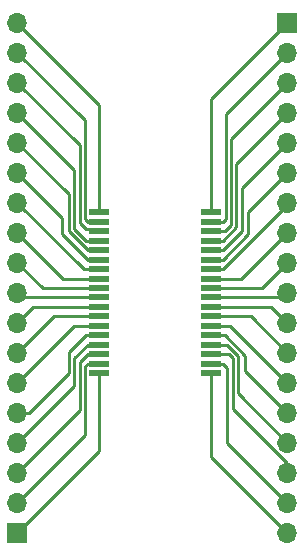
<source format=gbr>
%TF.GenerationSoftware,KiCad,Pcbnew,(5.1.9)-1*%
%TF.CreationDate,2021-02-24T14:45:33+01:00*%
%TF.ProjectId,Schaakbord_Testprint,53636861-616b-4626-9f72-645f54657374,rev?*%
%TF.SameCoordinates,Original*%
%TF.FileFunction,Copper,L1,Top*%
%TF.FilePolarity,Positive*%
%FSLAX46Y46*%
G04 Gerber Fmt 4.6, Leading zero omitted, Abs format (unit mm)*
G04 Created by KiCad (PCBNEW (5.1.9)-1) date 2021-02-24 14:45:33*
%MOMM*%
%LPD*%
G01*
G04 APERTURE LIST*
%TA.AperFunction,ComponentPad*%
%ADD10O,1.700000X1.700000*%
%TD*%
%TA.AperFunction,ComponentPad*%
%ADD11R,1.700000X1.700000*%
%TD*%
%TA.AperFunction,SMDPad,CuDef*%
%ADD12R,1.800000X0.600000*%
%TD*%
%TA.AperFunction,Conductor*%
%ADD13C,0.250000*%
%TD*%
G04 APERTURE END LIST*
D10*
%TO.P,J1,18*%
%TO.N,Net-(IC1-Pad1)*%
X154940000Y-55880000D03*
%TO.P,J1,17*%
%TO.N,Net-(IC1-Pad2)*%
X154940000Y-58420000D03*
%TO.P,J1,16*%
%TO.N,Net-(IC1-Pad3)*%
X154940000Y-60960000D03*
%TO.P,J1,15*%
%TO.N,Net-(IC1-Pad4)*%
X154940000Y-63500000D03*
%TO.P,J1,14*%
%TO.N,Net-(IC1-Pad5)*%
X154940000Y-66040000D03*
%TO.P,J1,13*%
%TO.N,Net-(IC1-Pad6)*%
X154940000Y-68580000D03*
%TO.P,J1,12*%
%TO.N,Net-(IC1-Pad7)*%
X154940000Y-71120000D03*
%TO.P,J1,11*%
%TO.N,Net-(IC1-Pad8)*%
X154940000Y-73660000D03*
%TO.P,J1,10*%
%TO.N,Net-(IC1-Pad9)*%
X154940000Y-76200000D03*
%TO.P,J1,9*%
%TO.N,Net-(IC1-Pad10)*%
X154940000Y-78740000D03*
%TO.P,J1,8*%
%TO.N,Net-(IC1-Pad11)*%
X154940000Y-81280000D03*
%TO.P,J1,7*%
%TO.N,Net-(IC1-Pad12)*%
X154940000Y-83820000D03*
%TO.P,J1,6*%
%TO.N,Net-(IC1-Pad13)*%
X154940000Y-86360000D03*
%TO.P,J1,5*%
%TO.N,Net-(IC1-Pad14)*%
X154940000Y-88900000D03*
%TO.P,J1,4*%
%TO.N,Net-(IC1-Pad15)*%
X154940000Y-91440000D03*
%TO.P,J1,3*%
%TO.N,Net-(IC1-Pad16)*%
X154940000Y-93980000D03*
%TO.P,J1,2*%
%TO.N,Net-(IC1-Pad17)*%
X154940000Y-96520000D03*
D11*
%TO.P,J1,1*%
%TO.N,Net-(IC1-Pad18)*%
X154940000Y-99060000D03*
%TD*%
D10*
%TO.P,J2,18*%
%TO.N,Net-(IC1-Pad19)*%
X177800000Y-99060000D03*
%TO.P,J2,17*%
%TO.N,Net-(IC1-Pad20)*%
X177800000Y-96520000D03*
%TO.P,J2,16*%
%TO.N,Net-(IC1-Pad21)*%
X177800000Y-93980000D03*
%TO.P,J2,15*%
%TO.N,Net-(IC1-Pad22)*%
X177800000Y-91440000D03*
%TO.P,J2,14*%
%TO.N,Net-(IC1-Pad23)*%
X177800000Y-88900000D03*
%TO.P,J2,13*%
%TO.N,Net-(IC1-Pad24)*%
X177800000Y-86360000D03*
%TO.P,J2,12*%
%TO.N,Net-(IC1-Pad25)*%
X177800000Y-83820000D03*
%TO.P,J2,11*%
%TO.N,Net-(IC1-Pad26)*%
X177800000Y-81280000D03*
%TO.P,J2,10*%
%TO.N,Net-(IC1-Pad27)*%
X177800000Y-78740000D03*
%TO.P,J2,9*%
%TO.N,Net-(IC1-Pad28)*%
X177800000Y-76200000D03*
%TO.P,J2,8*%
%TO.N,Net-(IC1-Pad29)*%
X177800000Y-73660000D03*
%TO.P,J2,7*%
%TO.N,Net-(IC1-Pad30)*%
X177800000Y-71120000D03*
%TO.P,J2,6*%
%TO.N,Net-(IC1-Pad31)*%
X177800000Y-68580000D03*
%TO.P,J2,5*%
%TO.N,Net-(IC1-Pad32)*%
X177800000Y-66040000D03*
%TO.P,J2,4*%
%TO.N,Net-(IC1-Pad33)*%
X177800000Y-63500000D03*
%TO.P,J2,3*%
%TO.N,Net-(IC1-Pad34)*%
X177800000Y-60960000D03*
%TO.P,J2,2*%
%TO.N,Net-(IC1-Pad35)*%
X177800000Y-58420000D03*
D11*
%TO.P,J2,1*%
%TO.N,Net-(IC1-Pad36)*%
X177800000Y-55880000D03*
%TD*%
D12*
%TO.P,IC1,36*%
%TO.N,Net-(IC1-Pad36)*%
X171349000Y-71940000D03*
%TO.P,IC1,35*%
%TO.N,Net-(IC1-Pad35)*%
X171349000Y-72740000D03*
%TO.P,IC1,34*%
%TO.N,Net-(IC1-Pad34)*%
X171349000Y-73540000D03*
%TO.P,IC1,33*%
%TO.N,Net-(IC1-Pad33)*%
X171349000Y-74340000D03*
%TO.P,IC1,32*%
%TO.N,Net-(IC1-Pad32)*%
X171349000Y-75140000D03*
%TO.P,IC1,31*%
%TO.N,Net-(IC1-Pad31)*%
X171349000Y-75940000D03*
%TO.P,IC1,30*%
%TO.N,Net-(IC1-Pad30)*%
X171349000Y-76740000D03*
%TO.P,IC1,29*%
%TO.N,Net-(IC1-Pad29)*%
X171349000Y-77540000D03*
%TO.P,IC1,28*%
%TO.N,Net-(IC1-Pad28)*%
X171349000Y-78340000D03*
%TO.P,IC1,27*%
%TO.N,Net-(IC1-Pad27)*%
X171349000Y-79140000D03*
%TO.P,IC1,26*%
%TO.N,Net-(IC1-Pad26)*%
X171349000Y-79940000D03*
%TO.P,IC1,25*%
%TO.N,Net-(IC1-Pad25)*%
X171349000Y-80740000D03*
%TO.P,IC1,24*%
%TO.N,Net-(IC1-Pad24)*%
X171349000Y-81540000D03*
%TO.P,IC1,23*%
%TO.N,Net-(IC1-Pad23)*%
X171349000Y-82340000D03*
%TO.P,IC1,22*%
%TO.N,Net-(IC1-Pad22)*%
X171349000Y-83140000D03*
%TO.P,IC1,21*%
%TO.N,Net-(IC1-Pad21)*%
X171349000Y-83940000D03*
%TO.P,IC1,20*%
%TO.N,Net-(IC1-Pad20)*%
X171349000Y-84740000D03*
%TO.P,IC1,19*%
%TO.N,Net-(IC1-Pad19)*%
X171349000Y-85540000D03*
%TO.P,IC1,18*%
%TO.N,Net-(IC1-Pad18)*%
X161899000Y-85540000D03*
%TO.P,IC1,17*%
%TO.N,Net-(IC1-Pad17)*%
X161899000Y-84740000D03*
%TO.P,IC1,16*%
%TO.N,Net-(IC1-Pad16)*%
X161899000Y-83940000D03*
%TO.P,IC1,15*%
%TO.N,Net-(IC1-Pad15)*%
X161899000Y-83140000D03*
%TO.P,IC1,14*%
%TO.N,Net-(IC1-Pad14)*%
X161899000Y-82340000D03*
%TO.P,IC1,13*%
%TO.N,Net-(IC1-Pad13)*%
X161899000Y-81540000D03*
%TO.P,IC1,12*%
%TO.N,Net-(IC1-Pad12)*%
X161899000Y-80740000D03*
%TO.P,IC1,11*%
%TO.N,Net-(IC1-Pad11)*%
X161899000Y-79940000D03*
%TO.P,IC1,10*%
%TO.N,Net-(IC1-Pad10)*%
X161899000Y-79140000D03*
%TO.P,IC1,9*%
%TO.N,Net-(IC1-Pad9)*%
X161899000Y-78340000D03*
%TO.P,IC1,8*%
%TO.N,Net-(IC1-Pad8)*%
X161899000Y-77540000D03*
%TO.P,IC1,7*%
%TO.N,Net-(IC1-Pad7)*%
X161899000Y-76740000D03*
%TO.P,IC1,6*%
%TO.N,Net-(IC1-Pad6)*%
X161899000Y-75940000D03*
%TO.P,IC1,5*%
%TO.N,Net-(IC1-Pad5)*%
X161899000Y-75140000D03*
%TO.P,IC1,4*%
%TO.N,Net-(IC1-Pad4)*%
X161899000Y-74340000D03*
%TO.P,IC1,3*%
%TO.N,Net-(IC1-Pad3)*%
X161899000Y-73540000D03*
%TO.P,IC1,2*%
%TO.N,Net-(IC1-Pad2)*%
X161899000Y-72740000D03*
%TO.P,IC1,1*%
%TO.N,Net-(IC1-Pad1)*%
X161899000Y-71940000D03*
%TD*%
D13*
%TO.N,Net-(IC1-Pad36)*%
X171349000Y-62331000D02*
X171349000Y-71940000D01*
X177800000Y-55880000D02*
X171349000Y-62331000D01*
%TO.N,Net-(IC1-Pad35)*%
X172334002Y-72740000D02*
X171349000Y-72740000D01*
X172574001Y-72500001D02*
X172334002Y-72740000D01*
X172574001Y-63645999D02*
X172574001Y-72500001D01*
X177800000Y-58420000D02*
X172574001Y-63645999D01*
%TO.N,Net-(IC1-Pad34)*%
X173024010Y-73014990D02*
X172499000Y-73540000D01*
X172499000Y-73540000D02*
X171349000Y-73540000D01*
X173024010Y-65735990D02*
X173024010Y-73014990D01*
X177800000Y-60960000D02*
X173024010Y-65735990D01*
%TO.N,Net-(IC1-Pad33)*%
X172335410Y-74340000D02*
X171349000Y-74340000D01*
X173474019Y-73201391D02*
X172335410Y-74340000D01*
X173474019Y-67825981D02*
X173474019Y-73201391D01*
X177800000Y-63500000D02*
X173474019Y-67825981D01*
%TO.N,Net-(IC1-Pad32)*%
X172334002Y-75140000D02*
X171349000Y-75140000D01*
X173924028Y-73549974D02*
X172334002Y-75140000D01*
X173924028Y-69915972D02*
X173924028Y-73549974D01*
X177800000Y-66040000D02*
X173924028Y-69915972D01*
%TO.N,Net-(IC1-Pad31)*%
X174498000Y-73776002D02*
X172334002Y-75940000D01*
X174498000Y-71882000D02*
X174498000Y-73776002D01*
X172334002Y-75940000D02*
X171349000Y-75940000D01*
X177800000Y-68580000D02*
X174498000Y-71882000D01*
%TO.N,Net-(IC1-Pad30)*%
X172334002Y-76740000D02*
X171349000Y-76740000D01*
X177800000Y-71274002D02*
X172334002Y-76740000D01*
X177800000Y-71120000D02*
X177800000Y-71274002D01*
%TO.N,Net-(IC1-Pad29)*%
X173920000Y-77540000D02*
X171349000Y-77540000D01*
X177800000Y-73660000D02*
X173920000Y-77540000D01*
%TO.N,Net-(IC1-Pad28)*%
X175660000Y-78340000D02*
X171349000Y-78340000D01*
X177800000Y-76200000D02*
X175660000Y-78340000D01*
%TO.N,Net-(IC1-Pad27)*%
X177400000Y-79140000D02*
X171349000Y-79140000D01*
X177800000Y-78740000D02*
X177400000Y-79140000D01*
%TO.N,Net-(IC1-Pad26)*%
X176460000Y-79940000D02*
X171349000Y-79940000D01*
X177800000Y-81280000D02*
X176460000Y-79940000D01*
%TO.N,Net-(IC1-Pad25)*%
X174720000Y-80740000D02*
X171349000Y-80740000D01*
X177800000Y-83820000D02*
X174720000Y-80740000D01*
%TO.N,Net-(IC1-Pad24)*%
X172980000Y-81540000D02*
X171349000Y-81540000D01*
X177800000Y-86360000D02*
X172980000Y-81540000D01*
%TO.N,Net-(IC1-Pad23)*%
X174244000Y-84071180D02*
X172512820Y-82340000D01*
X172512820Y-82340000D02*
X171349000Y-82340000D01*
X174244000Y-85344000D02*
X174244000Y-84071180D01*
X177800000Y-88900000D02*
X174244000Y-85344000D01*
%TO.N,Net-(IC1-Pad22)*%
X172676410Y-83140000D02*
X171349000Y-83140000D01*
X173620019Y-84083609D02*
X172676410Y-83140000D01*
X173620020Y-87260020D02*
X173620019Y-84083609D01*
X177800000Y-91440000D02*
X173620020Y-87260020D01*
%TO.N,Net-(IC1-Pad21)*%
X173170010Y-84270010D02*
X172840000Y-83940000D01*
X172840000Y-83940000D02*
X171349000Y-83940000D01*
X173170010Y-88549012D02*
X173170010Y-84270010D01*
X177800000Y-93179002D02*
X173170010Y-88549012D01*
X177800000Y-93980000D02*
X177800000Y-93179002D01*
%TO.N,Net-(IC1-Pad20)*%
X172334002Y-84740000D02*
X171349000Y-84740000D01*
X172720000Y-85125998D02*
X172334002Y-84740000D01*
X172720000Y-91440000D02*
X172720000Y-85125998D01*
X177800000Y-96520000D02*
X172720000Y-91440000D01*
%TO.N,Net-(IC1-Pad19)*%
X171349000Y-92609000D02*
X171349000Y-85540000D01*
X177800000Y-99060000D02*
X171349000Y-92609000D01*
%TO.N,Net-(IC1-Pad18)*%
X161899000Y-92101000D02*
X161899000Y-85540000D01*
X154940000Y-99060000D02*
X161899000Y-92101000D01*
%TO.N,Net-(IC1-Pad17)*%
X160913998Y-84740000D02*
X161899000Y-84740000D01*
X160673999Y-84979999D02*
X160913998Y-84740000D01*
X160673999Y-90786001D02*
X160673999Y-84979999D01*
X154940000Y-96520000D02*
X160673999Y-90786001D01*
%TO.N,Net-(IC1-Pad16)*%
X160913998Y-83940000D02*
X161899000Y-83940000D01*
X160223990Y-84630008D02*
X160913998Y-83940000D01*
X160223990Y-88696010D02*
X160223990Y-84630008D01*
X154940000Y-93980000D02*
X160223990Y-88696010D01*
%TO.N,Net-(IC1-Pad15)*%
X160913998Y-83140000D02*
X161899000Y-83140000D01*
X159773980Y-84280018D02*
X160913998Y-83140000D01*
X159773980Y-86606020D02*
X159773980Y-84280018D01*
X154940000Y-91440000D02*
X159773980Y-86606020D01*
%TO.N,Net-(IC1-Pad14)*%
X160738000Y-82340000D02*
X161899000Y-82340000D01*
X159323970Y-83754030D02*
X160738000Y-82340000D01*
X159323970Y-85532030D02*
X159323970Y-83754030D01*
X155956000Y-88900000D02*
X159323970Y-85532030D01*
X154940000Y-88900000D02*
X155956000Y-88900000D01*
%TO.N,Net-(IC1-Pad13)*%
X159760000Y-81540000D02*
X161899000Y-81540000D01*
X154940000Y-86360000D02*
X159760000Y-81540000D01*
%TO.N,Net-(IC1-Pad12)*%
X158020000Y-80740000D02*
X161899000Y-80740000D01*
X154940000Y-83820000D02*
X158020000Y-80740000D01*
%TO.N,Net-(IC1-Pad11)*%
X156280000Y-79940000D02*
X161899000Y-79940000D01*
X154940000Y-81280000D02*
X156280000Y-79940000D01*
%TO.N,Net-(IC1-Pad10)*%
X155340000Y-79140000D02*
X161899000Y-79140000D01*
X154940000Y-78740000D02*
X155340000Y-79140000D01*
%TO.N,Net-(IC1-Pad9)*%
X157080000Y-78340000D02*
X161899000Y-78340000D01*
X154940000Y-76200000D02*
X157080000Y-78340000D01*
%TO.N,Net-(IC1-Pad8)*%
X158820000Y-77540000D02*
X161899000Y-77540000D01*
X154940000Y-73660000D02*
X158820000Y-77540000D01*
%TO.N,Net-(IC1-Pad7)*%
X160560000Y-76740000D02*
X161899000Y-76740000D01*
X154940000Y-71120000D02*
X160560000Y-76740000D01*
%TO.N,Net-(IC1-Pad6)*%
X160913998Y-75940000D02*
X161899000Y-75940000D01*
X158750000Y-73776002D02*
X160913998Y-75940000D01*
X158750000Y-72390000D02*
X158750000Y-73776002D01*
X154940000Y-68580000D02*
X158750000Y-72390000D01*
%TO.N,Net-(IC1-Pad5)*%
X160912590Y-75140000D02*
X161899000Y-75140000D01*
X159315991Y-73543401D02*
X160912590Y-75140000D01*
X159315990Y-70415990D02*
X159315991Y-73543401D01*
X154940000Y-66040000D02*
X159315990Y-70415990D01*
%TO.N,Net-(IC1-Pad4)*%
X159766000Y-68326000D02*
X154940000Y-63500000D01*
X159766000Y-73357000D02*
X159766000Y-68326000D01*
X160749000Y-74340000D02*
X159766000Y-73357000D01*
X161899000Y-74340000D02*
X160749000Y-74340000D01*
%TO.N,Net-(IC1-Pad3)*%
X161899000Y-73365001D02*
X161899000Y-73540000D01*
X160223989Y-72849991D02*
X160738999Y-73365001D01*
X160223989Y-66243989D02*
X160223989Y-72849991D01*
X160738999Y-73365001D02*
X161899000Y-73365001D01*
X154940000Y-60960000D02*
X160223989Y-66243989D01*
%TO.N,Net-(IC1-Pad2)*%
X160913998Y-72740000D02*
X161899000Y-72740000D01*
X160673999Y-72500001D02*
X160913998Y-72740000D01*
X160673999Y-64153999D02*
X160673999Y-72500001D01*
X154940000Y-58420000D02*
X160673999Y-64153999D01*
%TO.N,Net-(IC1-Pad1)*%
X161899000Y-62839000D02*
X161899000Y-71940000D01*
X154940000Y-55880000D02*
X161899000Y-62839000D01*
%TD*%
M02*

</source>
